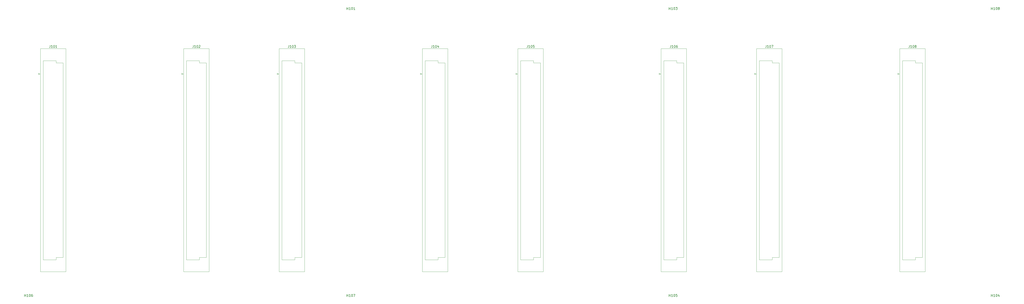
<source format=gbr>
G04 #@! TF.GenerationSoftware,KiCad,Pcbnew,(6.0.5)*
G04 #@! TF.CreationDate,2022-08-23T23:34:12+02:00*
G04 #@! TF.ProjectId,backplane,6261636b-706c-4616-9e65-2e6b69636164,rev?*
G04 #@! TF.SameCoordinates,Original*
G04 #@! TF.FileFunction,Legend,Top*
G04 #@! TF.FilePolarity,Positive*
%FSLAX46Y46*%
G04 Gerber Fmt 4.6, Leading zero omitted, Abs format (unit mm)*
G04 Created by KiCad (PCBNEW (6.0.5)) date 2022-08-23 23:34:12*
%MOMM*%
%LPD*%
G01*
G04 APERTURE LIST*
%ADD10C,0.150000*%
%ADD11C,0.120000*%
G04 APERTURE END LIST*
D10*
G04 #@! TO.C,J106*
X280244285Y-15252380D02*
X280244285Y-15966666D01*
X280196666Y-16109523D01*
X280101428Y-16204761D01*
X279958571Y-16252380D01*
X279863333Y-16252380D01*
X281244285Y-16252380D02*
X280672857Y-16252380D01*
X280958571Y-16252380D02*
X280958571Y-15252380D01*
X280863333Y-15395238D01*
X280768095Y-15490476D01*
X280672857Y-15538095D01*
X281863333Y-15252380D02*
X281958571Y-15252380D01*
X282053809Y-15300000D01*
X282101428Y-15347619D01*
X282149047Y-15442857D01*
X282196666Y-15633333D01*
X282196666Y-15871428D01*
X282149047Y-16061904D01*
X282101428Y-16157142D01*
X282053809Y-16204761D01*
X281958571Y-16252380D01*
X281863333Y-16252380D01*
X281768095Y-16204761D01*
X281720476Y-16157142D01*
X281672857Y-16061904D01*
X281625238Y-15871428D01*
X281625238Y-15633333D01*
X281672857Y-15442857D01*
X281720476Y-15347619D01*
X281768095Y-15300000D01*
X281863333Y-15252380D01*
X283053809Y-15252380D02*
X282863333Y-15252380D01*
X282768095Y-15300000D01*
X282720476Y-15347619D01*
X282625238Y-15490476D01*
X282577619Y-15680952D01*
X282577619Y-16061904D01*
X282625238Y-16157142D01*
X282672857Y-16204761D01*
X282768095Y-16252380D01*
X282958571Y-16252380D01*
X283053809Y-16204761D01*
X283101428Y-16157142D01*
X283149047Y-16061904D01*
X283149047Y-15823809D01*
X283101428Y-15728571D01*
X283053809Y-15680952D01*
X282958571Y-15633333D01*
X282768095Y-15633333D01*
X282672857Y-15680952D01*
X282625238Y-15728571D01*
X282577619Y-15823809D01*
G04 #@! TO.C,H104*
X416675714Y-122552380D02*
X416675714Y-121552380D01*
X416675714Y-122028571D02*
X417247142Y-122028571D01*
X417247142Y-122552380D02*
X417247142Y-121552380D01*
X418247142Y-122552380D02*
X417675714Y-122552380D01*
X417961428Y-122552380D02*
X417961428Y-121552380D01*
X417866190Y-121695238D01*
X417770952Y-121790476D01*
X417675714Y-121838095D01*
X418866190Y-121552380D02*
X418961428Y-121552380D01*
X419056666Y-121600000D01*
X419104285Y-121647619D01*
X419151904Y-121742857D01*
X419199523Y-121933333D01*
X419199523Y-122171428D01*
X419151904Y-122361904D01*
X419104285Y-122457142D01*
X419056666Y-122504761D01*
X418961428Y-122552380D01*
X418866190Y-122552380D01*
X418770952Y-122504761D01*
X418723333Y-122457142D01*
X418675714Y-122361904D01*
X418628095Y-122171428D01*
X418628095Y-121933333D01*
X418675714Y-121742857D01*
X418723333Y-121647619D01*
X418770952Y-121600000D01*
X418866190Y-121552380D01*
X420056666Y-121885714D02*
X420056666Y-122552380D01*
X419818571Y-121504761D02*
X419580476Y-122219047D01*
X420199523Y-122219047D01*
G04 #@! TO.C,J104*
X178644285Y-15252380D02*
X178644285Y-15966666D01*
X178596666Y-16109523D01*
X178501428Y-16204761D01*
X178358571Y-16252380D01*
X178263333Y-16252380D01*
X179644285Y-16252380D02*
X179072857Y-16252380D01*
X179358571Y-16252380D02*
X179358571Y-15252380D01*
X179263333Y-15395238D01*
X179168095Y-15490476D01*
X179072857Y-15538095D01*
X180263333Y-15252380D02*
X180358571Y-15252380D01*
X180453809Y-15300000D01*
X180501428Y-15347619D01*
X180549047Y-15442857D01*
X180596666Y-15633333D01*
X180596666Y-15871428D01*
X180549047Y-16061904D01*
X180501428Y-16157142D01*
X180453809Y-16204761D01*
X180358571Y-16252380D01*
X180263333Y-16252380D01*
X180168095Y-16204761D01*
X180120476Y-16157142D01*
X180072857Y-16061904D01*
X180025238Y-15871428D01*
X180025238Y-15633333D01*
X180072857Y-15442857D01*
X180120476Y-15347619D01*
X180168095Y-15300000D01*
X180263333Y-15252380D01*
X181453809Y-15585714D02*
X181453809Y-16252380D01*
X181215714Y-15204761D02*
X180977619Y-15919047D01*
X181596666Y-15919047D01*
G04 #@! TO.C,H107*
X142355714Y-122552380D02*
X142355714Y-121552380D01*
X142355714Y-122028571D02*
X142927142Y-122028571D01*
X142927142Y-122552380D02*
X142927142Y-121552380D01*
X143927142Y-122552380D02*
X143355714Y-122552380D01*
X143641428Y-122552380D02*
X143641428Y-121552380D01*
X143546190Y-121695238D01*
X143450952Y-121790476D01*
X143355714Y-121838095D01*
X144546190Y-121552380D02*
X144641428Y-121552380D01*
X144736666Y-121600000D01*
X144784285Y-121647619D01*
X144831904Y-121742857D01*
X144879523Y-121933333D01*
X144879523Y-122171428D01*
X144831904Y-122361904D01*
X144784285Y-122457142D01*
X144736666Y-122504761D01*
X144641428Y-122552380D01*
X144546190Y-122552380D01*
X144450952Y-122504761D01*
X144403333Y-122457142D01*
X144355714Y-122361904D01*
X144308095Y-122171428D01*
X144308095Y-121933333D01*
X144355714Y-121742857D01*
X144403333Y-121647619D01*
X144450952Y-121600000D01*
X144546190Y-121552380D01*
X145212857Y-121552380D02*
X145879523Y-121552380D01*
X145450952Y-122552380D01*
G04 #@! TO.C,J108*
X381844285Y-15252380D02*
X381844285Y-15966666D01*
X381796666Y-16109523D01*
X381701428Y-16204761D01*
X381558571Y-16252380D01*
X381463333Y-16252380D01*
X382844285Y-16252380D02*
X382272857Y-16252380D01*
X382558571Y-16252380D02*
X382558571Y-15252380D01*
X382463333Y-15395238D01*
X382368095Y-15490476D01*
X382272857Y-15538095D01*
X383463333Y-15252380D02*
X383558571Y-15252380D01*
X383653809Y-15300000D01*
X383701428Y-15347619D01*
X383749047Y-15442857D01*
X383796666Y-15633333D01*
X383796666Y-15871428D01*
X383749047Y-16061904D01*
X383701428Y-16157142D01*
X383653809Y-16204761D01*
X383558571Y-16252380D01*
X383463333Y-16252380D01*
X383368095Y-16204761D01*
X383320476Y-16157142D01*
X383272857Y-16061904D01*
X383225238Y-15871428D01*
X383225238Y-15633333D01*
X383272857Y-15442857D01*
X383320476Y-15347619D01*
X383368095Y-15300000D01*
X383463333Y-15252380D01*
X384368095Y-15680952D02*
X384272857Y-15633333D01*
X384225238Y-15585714D01*
X384177619Y-15490476D01*
X384177619Y-15442857D01*
X384225238Y-15347619D01*
X384272857Y-15300000D01*
X384368095Y-15252380D01*
X384558571Y-15252380D01*
X384653809Y-15300000D01*
X384701428Y-15347619D01*
X384749047Y-15442857D01*
X384749047Y-15490476D01*
X384701428Y-15585714D01*
X384653809Y-15633333D01*
X384558571Y-15680952D01*
X384368095Y-15680952D01*
X384272857Y-15728571D01*
X384225238Y-15776190D01*
X384177619Y-15871428D01*
X384177619Y-16061904D01*
X384225238Y-16157142D01*
X384272857Y-16204761D01*
X384368095Y-16252380D01*
X384558571Y-16252380D01*
X384653809Y-16204761D01*
X384701428Y-16157142D01*
X384749047Y-16061904D01*
X384749047Y-15871428D01*
X384701428Y-15776190D01*
X384653809Y-15728571D01*
X384558571Y-15680952D01*
G04 #@! TO.C,H106*
X5195714Y-122552380D02*
X5195714Y-121552380D01*
X5195714Y-122028571D02*
X5767142Y-122028571D01*
X5767142Y-122552380D02*
X5767142Y-121552380D01*
X6767142Y-122552380D02*
X6195714Y-122552380D01*
X6481428Y-122552380D02*
X6481428Y-121552380D01*
X6386190Y-121695238D01*
X6290952Y-121790476D01*
X6195714Y-121838095D01*
X7386190Y-121552380D02*
X7481428Y-121552380D01*
X7576666Y-121600000D01*
X7624285Y-121647619D01*
X7671904Y-121742857D01*
X7719523Y-121933333D01*
X7719523Y-122171428D01*
X7671904Y-122361904D01*
X7624285Y-122457142D01*
X7576666Y-122504761D01*
X7481428Y-122552380D01*
X7386190Y-122552380D01*
X7290952Y-122504761D01*
X7243333Y-122457142D01*
X7195714Y-122361904D01*
X7148095Y-122171428D01*
X7148095Y-121933333D01*
X7195714Y-121742857D01*
X7243333Y-121647619D01*
X7290952Y-121600000D01*
X7386190Y-121552380D01*
X8576666Y-121552380D02*
X8386190Y-121552380D01*
X8290952Y-121600000D01*
X8243333Y-121647619D01*
X8148095Y-121790476D01*
X8100476Y-121980952D01*
X8100476Y-122361904D01*
X8148095Y-122457142D01*
X8195714Y-122504761D01*
X8290952Y-122552380D01*
X8481428Y-122552380D01*
X8576666Y-122504761D01*
X8624285Y-122457142D01*
X8671904Y-122361904D01*
X8671904Y-122123809D01*
X8624285Y-122028571D01*
X8576666Y-121980952D01*
X8481428Y-121933333D01*
X8290952Y-121933333D01*
X8195714Y-121980952D01*
X8148095Y-122028571D01*
X8100476Y-122123809D01*
G04 #@! TO.C,J103*
X117684285Y-15252380D02*
X117684285Y-15966666D01*
X117636666Y-16109523D01*
X117541428Y-16204761D01*
X117398571Y-16252380D01*
X117303333Y-16252380D01*
X118684285Y-16252380D02*
X118112857Y-16252380D01*
X118398571Y-16252380D02*
X118398571Y-15252380D01*
X118303333Y-15395238D01*
X118208095Y-15490476D01*
X118112857Y-15538095D01*
X119303333Y-15252380D02*
X119398571Y-15252380D01*
X119493809Y-15300000D01*
X119541428Y-15347619D01*
X119589047Y-15442857D01*
X119636666Y-15633333D01*
X119636666Y-15871428D01*
X119589047Y-16061904D01*
X119541428Y-16157142D01*
X119493809Y-16204761D01*
X119398571Y-16252380D01*
X119303333Y-16252380D01*
X119208095Y-16204761D01*
X119160476Y-16157142D01*
X119112857Y-16061904D01*
X119065238Y-15871428D01*
X119065238Y-15633333D01*
X119112857Y-15442857D01*
X119160476Y-15347619D01*
X119208095Y-15300000D01*
X119303333Y-15252380D01*
X119970000Y-15252380D02*
X120589047Y-15252380D01*
X120255714Y-15633333D01*
X120398571Y-15633333D01*
X120493809Y-15680952D01*
X120541428Y-15728571D01*
X120589047Y-15823809D01*
X120589047Y-16061904D01*
X120541428Y-16157142D01*
X120493809Y-16204761D01*
X120398571Y-16252380D01*
X120112857Y-16252380D01*
X120017619Y-16204761D01*
X119970000Y-16157142D01*
G04 #@! TO.C,J105*
X219284285Y-15252380D02*
X219284285Y-15966666D01*
X219236666Y-16109523D01*
X219141428Y-16204761D01*
X218998571Y-16252380D01*
X218903333Y-16252380D01*
X220284285Y-16252380D02*
X219712857Y-16252380D01*
X219998571Y-16252380D02*
X219998571Y-15252380D01*
X219903333Y-15395238D01*
X219808095Y-15490476D01*
X219712857Y-15538095D01*
X220903333Y-15252380D02*
X220998571Y-15252380D01*
X221093809Y-15300000D01*
X221141428Y-15347619D01*
X221189047Y-15442857D01*
X221236666Y-15633333D01*
X221236666Y-15871428D01*
X221189047Y-16061904D01*
X221141428Y-16157142D01*
X221093809Y-16204761D01*
X220998571Y-16252380D01*
X220903333Y-16252380D01*
X220808095Y-16204761D01*
X220760476Y-16157142D01*
X220712857Y-16061904D01*
X220665238Y-15871428D01*
X220665238Y-15633333D01*
X220712857Y-15442857D01*
X220760476Y-15347619D01*
X220808095Y-15300000D01*
X220903333Y-15252380D01*
X222141428Y-15252380D02*
X221665238Y-15252380D01*
X221617619Y-15728571D01*
X221665238Y-15680952D01*
X221760476Y-15633333D01*
X221998571Y-15633333D01*
X222093809Y-15680952D01*
X222141428Y-15728571D01*
X222189047Y-15823809D01*
X222189047Y-16061904D01*
X222141428Y-16157142D01*
X222093809Y-16204761D01*
X221998571Y-16252380D01*
X221760476Y-16252380D01*
X221665238Y-16204761D01*
X221617619Y-16157142D01*
G04 #@! TO.C,H103*
X279515714Y-52380D02*
X279515714Y947619D01*
X279515714Y471428D02*
X280087142Y471428D01*
X280087142Y-52380D02*
X280087142Y947619D01*
X281087142Y-52380D02*
X280515714Y-52380D01*
X280801428Y-52380D02*
X280801428Y947619D01*
X280706190Y804761D01*
X280610952Y709523D01*
X280515714Y661904D01*
X281706190Y947619D02*
X281801428Y947619D01*
X281896666Y900000D01*
X281944285Y852380D01*
X281991904Y757142D01*
X282039523Y566666D01*
X282039523Y328571D01*
X281991904Y138095D01*
X281944285Y42857D01*
X281896666Y-4761D01*
X281801428Y-52380D01*
X281706190Y-52380D01*
X281610952Y-4761D01*
X281563333Y42857D01*
X281515714Y138095D01*
X281468095Y328571D01*
X281468095Y566666D01*
X281515714Y757142D01*
X281563333Y852380D01*
X281610952Y900000D01*
X281706190Y947619D01*
X282372857Y947619D02*
X282991904Y947619D01*
X282658571Y566666D01*
X282801428Y566666D01*
X282896666Y519047D01*
X282944285Y471428D01*
X282991904Y376190D01*
X282991904Y138095D01*
X282944285Y42857D01*
X282896666Y-4761D01*
X282801428Y-52380D01*
X282515714Y-52380D01*
X282420476Y-4761D01*
X282372857Y42857D01*
G04 #@! TO.C,J101*
X16084285Y-15252380D02*
X16084285Y-15966666D01*
X16036666Y-16109523D01*
X15941428Y-16204761D01*
X15798571Y-16252380D01*
X15703333Y-16252380D01*
X17084285Y-16252380D02*
X16512857Y-16252380D01*
X16798571Y-16252380D02*
X16798571Y-15252380D01*
X16703333Y-15395238D01*
X16608095Y-15490476D01*
X16512857Y-15538095D01*
X17703333Y-15252380D02*
X17798571Y-15252380D01*
X17893809Y-15300000D01*
X17941428Y-15347619D01*
X17989047Y-15442857D01*
X18036666Y-15633333D01*
X18036666Y-15871428D01*
X17989047Y-16061904D01*
X17941428Y-16157142D01*
X17893809Y-16204761D01*
X17798571Y-16252380D01*
X17703333Y-16252380D01*
X17608095Y-16204761D01*
X17560476Y-16157142D01*
X17512857Y-16061904D01*
X17465238Y-15871428D01*
X17465238Y-15633333D01*
X17512857Y-15442857D01*
X17560476Y-15347619D01*
X17608095Y-15300000D01*
X17703333Y-15252380D01*
X18989047Y-16252380D02*
X18417619Y-16252380D01*
X18703333Y-16252380D02*
X18703333Y-15252380D01*
X18608095Y-15395238D01*
X18512857Y-15490476D01*
X18417619Y-15538095D01*
G04 #@! TO.C,H101*
X142355714Y-52380D02*
X142355714Y947619D01*
X142355714Y471428D02*
X142927142Y471428D01*
X142927142Y-52380D02*
X142927142Y947619D01*
X143927142Y-52380D02*
X143355714Y-52380D01*
X143641428Y-52380D02*
X143641428Y947619D01*
X143546190Y804761D01*
X143450952Y709523D01*
X143355714Y661904D01*
X144546190Y947619D02*
X144641428Y947619D01*
X144736666Y900000D01*
X144784285Y852380D01*
X144831904Y757142D01*
X144879523Y566666D01*
X144879523Y328571D01*
X144831904Y138095D01*
X144784285Y42857D01*
X144736666Y-4761D01*
X144641428Y-52380D01*
X144546190Y-52380D01*
X144450952Y-4761D01*
X144403333Y42857D01*
X144355714Y138095D01*
X144308095Y328571D01*
X144308095Y566666D01*
X144355714Y757142D01*
X144403333Y852380D01*
X144450952Y900000D01*
X144546190Y947619D01*
X145831904Y-52380D02*
X145260476Y-52380D01*
X145546190Y-52380D02*
X145546190Y947619D01*
X145450952Y804761D01*
X145355714Y709523D01*
X145260476Y661904D01*
G04 #@! TO.C,H105*
X279515714Y-122552380D02*
X279515714Y-121552380D01*
X279515714Y-122028571D02*
X280087142Y-122028571D01*
X280087142Y-122552380D02*
X280087142Y-121552380D01*
X281087142Y-122552380D02*
X280515714Y-122552380D01*
X280801428Y-122552380D02*
X280801428Y-121552380D01*
X280706190Y-121695238D01*
X280610952Y-121790476D01*
X280515714Y-121838095D01*
X281706190Y-121552380D02*
X281801428Y-121552380D01*
X281896666Y-121600000D01*
X281944285Y-121647619D01*
X281991904Y-121742857D01*
X282039523Y-121933333D01*
X282039523Y-122171428D01*
X281991904Y-122361904D01*
X281944285Y-122457142D01*
X281896666Y-122504761D01*
X281801428Y-122552380D01*
X281706190Y-122552380D01*
X281610952Y-122504761D01*
X281563333Y-122457142D01*
X281515714Y-122361904D01*
X281468095Y-122171428D01*
X281468095Y-121933333D01*
X281515714Y-121742857D01*
X281563333Y-121647619D01*
X281610952Y-121600000D01*
X281706190Y-121552380D01*
X282944285Y-121552380D02*
X282468095Y-121552380D01*
X282420476Y-122028571D01*
X282468095Y-121980952D01*
X282563333Y-121933333D01*
X282801428Y-121933333D01*
X282896666Y-121980952D01*
X282944285Y-122028571D01*
X282991904Y-122123809D01*
X282991904Y-122361904D01*
X282944285Y-122457142D01*
X282896666Y-122504761D01*
X282801428Y-122552380D01*
X282563333Y-122552380D01*
X282468095Y-122504761D01*
X282420476Y-122457142D01*
G04 #@! TO.C,H108*
X416675714Y-52380D02*
X416675714Y947619D01*
X416675714Y471428D02*
X417247142Y471428D01*
X417247142Y-52380D02*
X417247142Y947619D01*
X418247142Y-52380D02*
X417675714Y-52380D01*
X417961428Y-52380D02*
X417961428Y947619D01*
X417866190Y804761D01*
X417770952Y709523D01*
X417675714Y661904D01*
X418866190Y947619D02*
X418961428Y947619D01*
X419056666Y900000D01*
X419104285Y852380D01*
X419151904Y757142D01*
X419199523Y566666D01*
X419199523Y328571D01*
X419151904Y138095D01*
X419104285Y42857D01*
X419056666Y-4761D01*
X418961428Y-52380D01*
X418866190Y-52380D01*
X418770952Y-4761D01*
X418723333Y42857D01*
X418675714Y138095D01*
X418628095Y328571D01*
X418628095Y566666D01*
X418675714Y757142D01*
X418723333Y852380D01*
X418770952Y900000D01*
X418866190Y947619D01*
X419770952Y519047D02*
X419675714Y566666D01*
X419628095Y614285D01*
X419580476Y709523D01*
X419580476Y757142D01*
X419628095Y852380D01*
X419675714Y900000D01*
X419770952Y947619D01*
X419961428Y947619D01*
X420056666Y900000D01*
X420104285Y852380D01*
X420151904Y757142D01*
X420151904Y709523D01*
X420104285Y614285D01*
X420056666Y566666D01*
X419961428Y519047D01*
X419770952Y519047D01*
X419675714Y471428D01*
X419628095Y423809D01*
X419580476Y328571D01*
X419580476Y138095D01*
X419628095Y42857D01*
X419675714Y-4761D01*
X419770952Y-52380D01*
X419961428Y-52380D01*
X420056666Y-4761D01*
X420104285Y42857D01*
X420151904Y138095D01*
X420151904Y328571D01*
X420104285Y423809D01*
X420056666Y471428D01*
X419961428Y519047D01*
G04 #@! TO.C,J107*
X320884285Y-15252380D02*
X320884285Y-15966666D01*
X320836666Y-16109523D01*
X320741428Y-16204761D01*
X320598571Y-16252380D01*
X320503333Y-16252380D01*
X321884285Y-16252380D02*
X321312857Y-16252380D01*
X321598571Y-16252380D02*
X321598571Y-15252380D01*
X321503333Y-15395238D01*
X321408095Y-15490476D01*
X321312857Y-15538095D01*
X322503333Y-15252380D02*
X322598571Y-15252380D01*
X322693809Y-15300000D01*
X322741428Y-15347619D01*
X322789047Y-15442857D01*
X322836666Y-15633333D01*
X322836666Y-15871428D01*
X322789047Y-16061904D01*
X322741428Y-16157142D01*
X322693809Y-16204761D01*
X322598571Y-16252380D01*
X322503333Y-16252380D01*
X322408095Y-16204761D01*
X322360476Y-16157142D01*
X322312857Y-16061904D01*
X322265238Y-15871428D01*
X322265238Y-15633333D01*
X322312857Y-15442857D01*
X322360476Y-15347619D01*
X322408095Y-15300000D01*
X322503333Y-15252380D01*
X323170000Y-15252380D02*
X323836666Y-15252380D01*
X323408095Y-16252380D01*
G04 #@! TO.C,J102*
X77044285Y-15252380D02*
X77044285Y-15966666D01*
X76996666Y-16109523D01*
X76901428Y-16204761D01*
X76758571Y-16252380D01*
X76663333Y-16252380D01*
X78044285Y-16252380D02*
X77472857Y-16252380D01*
X77758571Y-16252380D02*
X77758571Y-15252380D01*
X77663333Y-15395238D01*
X77568095Y-15490476D01*
X77472857Y-15538095D01*
X78663333Y-15252380D02*
X78758571Y-15252380D01*
X78853809Y-15300000D01*
X78901428Y-15347619D01*
X78949047Y-15442857D01*
X78996666Y-15633333D01*
X78996666Y-15871428D01*
X78949047Y-16061904D01*
X78901428Y-16157142D01*
X78853809Y-16204761D01*
X78758571Y-16252380D01*
X78663333Y-16252380D01*
X78568095Y-16204761D01*
X78520476Y-16157142D01*
X78472857Y-16061904D01*
X78425238Y-15871428D01*
X78425238Y-15633333D01*
X78472857Y-15442857D01*
X78520476Y-15347619D01*
X78568095Y-15300000D01*
X78663333Y-15252380D01*
X79377619Y-15347619D02*
X79425238Y-15300000D01*
X79520476Y-15252380D01*
X79758571Y-15252380D01*
X79853809Y-15300000D01*
X79901428Y-15347619D01*
X79949047Y-15442857D01*
X79949047Y-15538095D01*
X79901428Y-15680952D01*
X79330000Y-16252380D01*
X79949047Y-16252380D01*
D11*
G04 #@! TO.C,J106*
X275250000Y-27170000D02*
X275250000Y-27770000D01*
X276120000Y-111910000D02*
X276120000Y-16690000D01*
X282780000Y-106800000D02*
X277280000Y-106800000D01*
X275250000Y-27770000D02*
X275930000Y-27470000D01*
X285780000Y-22799000D02*
X285780000Y-105800000D01*
X282780000Y-21799000D02*
X282780000Y-22799000D01*
X277280000Y-106800000D02*
X277280000Y-21799000D01*
X282780000Y-22799000D02*
X285780000Y-22799000D01*
X286940000Y-111910000D02*
X276120000Y-111910000D01*
X286940000Y-16690000D02*
X286940000Y-111910000D01*
X282780000Y-105800000D02*
X282780000Y-106800000D01*
X276120000Y-16690000D02*
X286940000Y-16690000D01*
X277280000Y-21799000D02*
X282780000Y-21799000D01*
X275930000Y-27470000D02*
X275250000Y-27170000D01*
X285780000Y-105800000D02*
X282780000Y-105800000D01*
G04 #@! TO.C,J104*
X173650000Y-27170000D02*
X173650000Y-27770000D01*
X185340000Y-111910000D02*
X174520000Y-111910000D01*
X184180000Y-22799000D02*
X184180000Y-105800000D01*
X175680000Y-106800000D02*
X175680000Y-21799000D01*
X181180000Y-106800000D02*
X175680000Y-106800000D01*
X181180000Y-21799000D02*
X181180000Y-22799000D01*
X181180000Y-105800000D02*
X181180000Y-106800000D01*
X174520000Y-16690000D02*
X185340000Y-16690000D01*
X174330000Y-27470000D02*
X173650000Y-27170000D01*
X173650000Y-27770000D02*
X174330000Y-27470000D01*
X181180000Y-22799000D02*
X184180000Y-22799000D01*
X174520000Y-111910000D02*
X174520000Y-16690000D01*
X184180000Y-105800000D02*
X181180000Y-105800000D01*
X175680000Y-21799000D02*
X181180000Y-21799000D01*
X185340000Y-16690000D02*
X185340000Y-111910000D01*
G04 #@! TO.C,J108*
X384380000Y-106800000D02*
X378880000Y-106800000D01*
X384380000Y-22799000D02*
X387380000Y-22799000D01*
X384380000Y-105800000D02*
X384380000Y-106800000D01*
X377720000Y-111910000D02*
X377720000Y-16690000D01*
X378880000Y-21799000D02*
X384380000Y-21799000D01*
X377530000Y-27470000D02*
X376850000Y-27170000D01*
X377720000Y-16690000D02*
X388540000Y-16690000D01*
X387380000Y-22799000D02*
X387380000Y-105800000D01*
X378880000Y-106800000D02*
X378880000Y-21799000D01*
X384380000Y-21799000D02*
X384380000Y-22799000D01*
X376850000Y-27170000D02*
X376850000Y-27770000D01*
X388540000Y-16690000D02*
X388540000Y-111910000D01*
X376850000Y-27770000D02*
X377530000Y-27470000D01*
X387380000Y-105800000D02*
X384380000Y-105800000D01*
X388540000Y-111910000D02*
X377720000Y-111910000D01*
G04 #@! TO.C,J103*
X124380000Y-16690000D02*
X124380000Y-111910000D01*
X120220000Y-106800000D02*
X114720000Y-106800000D01*
X114720000Y-106800000D02*
X114720000Y-21799000D01*
X114720000Y-21799000D02*
X120220000Y-21799000D01*
X120220000Y-105800000D02*
X120220000Y-106800000D01*
X120220000Y-21799000D02*
X120220000Y-22799000D01*
X112690000Y-27770000D02*
X113370000Y-27470000D01*
X113560000Y-111910000D02*
X113560000Y-16690000D01*
X113370000Y-27470000D02*
X112690000Y-27170000D01*
X123220000Y-105800000D02*
X120220000Y-105800000D01*
X113560000Y-16690000D02*
X124380000Y-16690000D01*
X120220000Y-22799000D02*
X123220000Y-22799000D01*
X123220000Y-22799000D02*
X123220000Y-105800000D01*
X112690000Y-27170000D02*
X112690000Y-27770000D01*
X124380000Y-111910000D02*
X113560000Y-111910000D01*
G04 #@! TO.C,J105*
X215160000Y-16690000D02*
X225980000Y-16690000D01*
X225980000Y-16690000D02*
X225980000Y-111910000D01*
X224820000Y-22799000D02*
X224820000Y-105800000D01*
X221820000Y-22799000D02*
X224820000Y-22799000D01*
X214290000Y-27770000D02*
X214970000Y-27470000D01*
X224820000Y-105800000D02*
X221820000Y-105800000D01*
X221820000Y-106800000D02*
X216320000Y-106800000D01*
X214290000Y-27170000D02*
X214290000Y-27770000D01*
X214970000Y-27470000D02*
X214290000Y-27170000D01*
X215160000Y-111910000D02*
X215160000Y-16690000D01*
X225980000Y-111910000D02*
X215160000Y-111910000D01*
X216320000Y-106800000D02*
X216320000Y-21799000D01*
X221820000Y-105800000D02*
X221820000Y-106800000D01*
X216320000Y-21799000D02*
X221820000Y-21799000D01*
X221820000Y-21799000D02*
X221820000Y-22799000D01*
G04 #@! TO.C,J101*
X11090000Y-27170000D02*
X11090000Y-27770000D01*
X13120000Y-21799000D02*
X18620000Y-21799000D01*
X22780000Y-111910000D02*
X11960000Y-111910000D01*
X11960000Y-16690000D02*
X22780000Y-16690000D01*
X11770000Y-27470000D02*
X11090000Y-27170000D01*
X18620000Y-22799000D02*
X21620000Y-22799000D01*
X18620000Y-105800000D02*
X18620000Y-106800000D01*
X21620000Y-105800000D02*
X18620000Y-105800000D01*
X18620000Y-106800000D02*
X13120000Y-106800000D01*
X11090000Y-27770000D02*
X11770000Y-27470000D01*
X21620000Y-22799000D02*
X21620000Y-105800000D01*
X18620000Y-21799000D02*
X18620000Y-22799000D01*
X11960000Y-111910000D02*
X11960000Y-16690000D01*
X13120000Y-106800000D02*
X13120000Y-21799000D01*
X22780000Y-16690000D02*
X22780000Y-111910000D01*
G04 #@! TO.C,J107*
X317920000Y-106800000D02*
X317920000Y-21799000D01*
X317920000Y-21799000D02*
X323420000Y-21799000D01*
X326420000Y-105800000D02*
X323420000Y-105800000D01*
X323420000Y-21799000D02*
X323420000Y-22799000D01*
X326420000Y-22799000D02*
X326420000Y-105800000D01*
X316760000Y-111910000D02*
X316760000Y-16690000D01*
X323420000Y-22799000D02*
X326420000Y-22799000D01*
X315890000Y-27770000D02*
X316570000Y-27470000D01*
X316570000Y-27470000D02*
X315890000Y-27170000D01*
X315890000Y-27170000D02*
X315890000Y-27770000D01*
X327580000Y-16690000D02*
X327580000Y-111910000D01*
X327580000Y-111910000D02*
X316760000Y-111910000D01*
X323420000Y-106800000D02*
X317920000Y-106800000D01*
X316760000Y-16690000D02*
X327580000Y-16690000D01*
X323420000Y-105800000D02*
X323420000Y-106800000D01*
G04 #@! TO.C,J102*
X72050000Y-27170000D02*
X72050000Y-27770000D01*
X82580000Y-105800000D02*
X79580000Y-105800000D01*
X82580000Y-22799000D02*
X82580000Y-105800000D01*
X79580000Y-21799000D02*
X79580000Y-22799000D01*
X72920000Y-16690000D02*
X83740000Y-16690000D01*
X83740000Y-16690000D02*
X83740000Y-111910000D01*
X79580000Y-22799000D02*
X82580000Y-22799000D01*
X83740000Y-111910000D02*
X72920000Y-111910000D01*
X72050000Y-27770000D02*
X72730000Y-27470000D01*
X79580000Y-105800000D02*
X79580000Y-106800000D01*
X74080000Y-21799000D02*
X79580000Y-21799000D01*
X74080000Y-106800000D02*
X74080000Y-21799000D01*
X72730000Y-27470000D02*
X72050000Y-27170000D01*
X72920000Y-111910000D02*
X72920000Y-16690000D01*
X79580000Y-106800000D02*
X74080000Y-106800000D01*
G04 #@! TD*
M02*

</source>
